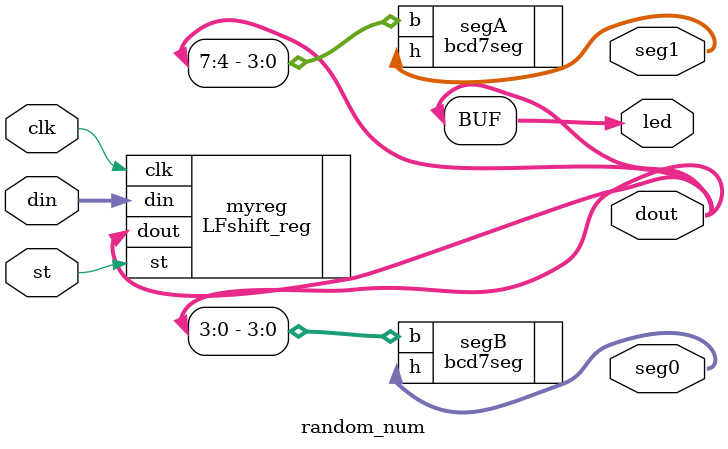
<source format=v>
module random_num(st,din,clk,dout,led,seg0,seg1);
    input st;
    input [7:0] din;
    input clk;
    output reg [7:0] dout;
    output reg [7:0] led;
    output reg [6:0] seg0,seg1; 

    assign led=dout;

    //实例化
    LFshift_reg myreg(
        .st(st),
        .clk(clk),
        .din(din),
        .dout(dout)
    );

    bcd7seg segA(.b(dout[7:4]),.h(seg1));
    bcd7seg segB(.b(dout[3:0]),.h(seg0));
    


endmodule

</source>
